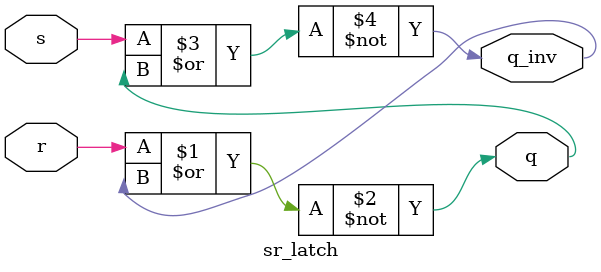
<source format=sv>
module sr_latch(input logic s, input logic r, output logic q, output logic q_inv);
  assign q = ~(r | q_inv);
  assign q_inv = ~(s | q);
endmodule

</source>
